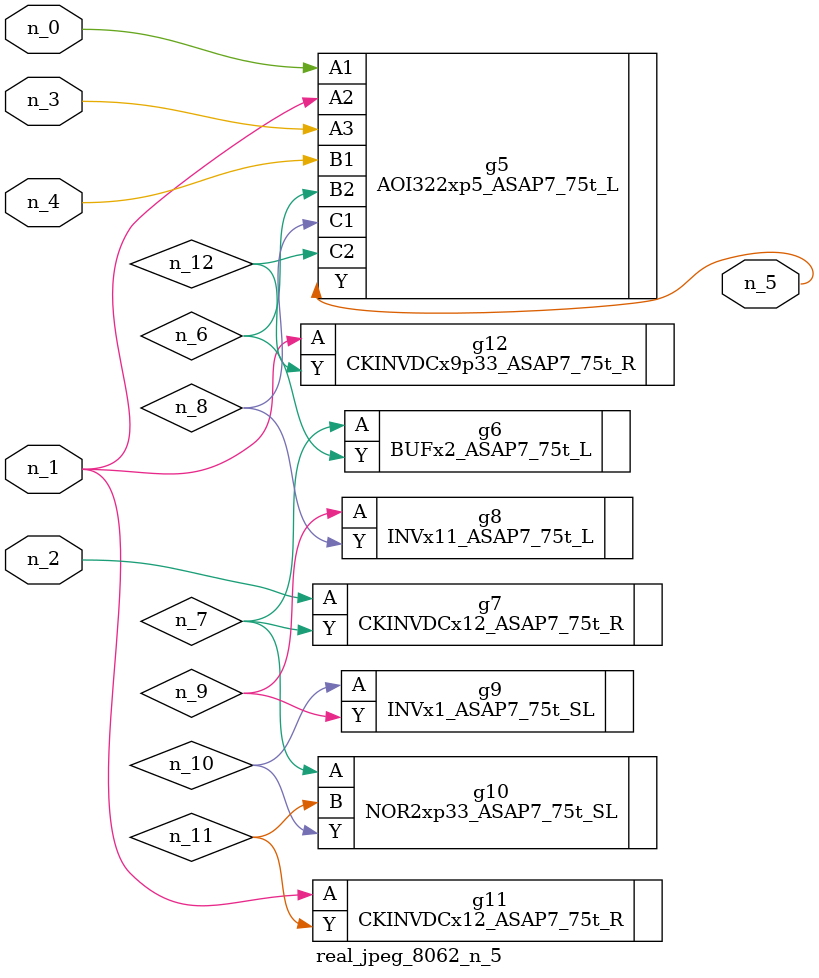
<source format=v>
module real_jpeg_8062_n_5 (n_4, n_0, n_1, n_2, n_3, n_5);

input n_4;
input n_0;
input n_1;
input n_2;
input n_3;

output n_5;

wire n_12;
wire n_8;
wire n_11;
wire n_6;
wire n_7;
wire n_10;
wire n_9;

AOI322xp5_ASAP7_75t_L g5 ( 
.A1(n_0),
.A2(n_1),
.A3(n_3),
.B1(n_4),
.B2(n_6),
.C1(n_8),
.C2(n_12),
.Y(n_5)
);

CKINVDCx12_ASAP7_75t_R g11 ( 
.A(n_1),
.Y(n_11)
);

CKINVDCx9p33_ASAP7_75t_R g12 ( 
.A(n_1),
.Y(n_12)
);

CKINVDCx12_ASAP7_75t_R g7 ( 
.A(n_2),
.Y(n_7)
);

BUFx2_ASAP7_75t_L g6 ( 
.A(n_7),
.Y(n_6)
);

NOR2xp33_ASAP7_75t_SL g10 ( 
.A(n_7),
.B(n_11),
.Y(n_10)
);

INVx11_ASAP7_75t_L g8 ( 
.A(n_9),
.Y(n_8)
);

INVx1_ASAP7_75t_SL g9 ( 
.A(n_10),
.Y(n_9)
);


endmodule
</source>
